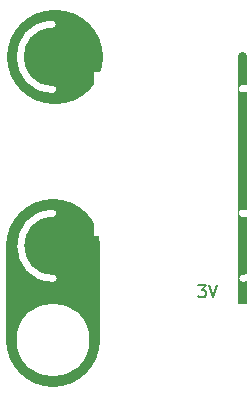
<source format=gto>
%TF.GenerationSoftware,KiCad,Pcbnew,5.0.0-fee4fd1~66~ubuntu16.04.1*%
%TF.CreationDate,2018-09-25T21:07:20-07:00*%
%TF.ProjectId,3x4-CR2032-Coin-Cell-Magnet,3378342D4352323033322D436F696E2D,v1.2*%
%TF.SameCoordinates,Original*%
%TF.FileFunction,Legend,Top*%
%TF.FilePolarity,Positive*%
%FSLAX46Y46*%
G04 Gerber Fmt 4.6, Leading zero omitted, Abs format (unit mm)*
G04 Created by KiCad (PCBNEW 5.0.0-fee4fd1~66~ubuntu16.04.1) date Tue Sep 25 21:07:20 2018*
%MOMM*%
%LPD*%
G01*
G04 APERTURE LIST*
%ADD10C,8.000000*%
%ADD11C,0.762000*%
%ADD12C,0.150000*%
%ADD13C,0.600000*%
%ADD14R,2.752400X5.712400*%
%ADD15R,9.152400X13.952400*%
%ADD16C,6.152400*%
G04 APERTURE END LIST*
D10*
X21769800Y-65431400D02*
X21769800Y-73431400D01*
X21869800Y-49431400D02*
X21969800Y-49431400D01*
D11*
X37719800Y-73381400D02*
X37719800Y-49381400D01*
D12*
X34057895Y-68783780D02*
X34676942Y-68783780D01*
X34343609Y-69164733D01*
X34486466Y-69164733D01*
X34581704Y-69212352D01*
X34629323Y-69259971D01*
X34676942Y-69355209D01*
X34676942Y-69593304D01*
X34629323Y-69688542D01*
X34581704Y-69736161D01*
X34486466Y-69783780D01*
X34200752Y-69783780D01*
X34105514Y-69736161D01*
X34057895Y-69688542D01*
X34962657Y-68783780D02*
X35295990Y-69783780D01*
X35629323Y-68783780D01*
%LPC*%
D13*
X37819800Y-68181400D02*
G75*
G03X37771562Y-62681823I-48238J2749577D01*
G01*
X21719800Y-62681400D02*
G75*
G03X21768038Y-68180977I48238J-2749577D01*
G01*
X21671562Y-46681823D02*
G75*
G03X21719800Y-52181400I48238J-2749577D01*
G01*
X37769800Y-52131400D02*
G75*
G03X37769800Y-46731400I0J2700000D01*
G01*
D14*
X39969800Y-57431400D03*
D15*
X29765800Y-57685400D03*
D14*
X19569800Y-57431400D03*
D16*
X21769800Y-73431400D03*
X37769800Y-73431400D03*
M02*

</source>
